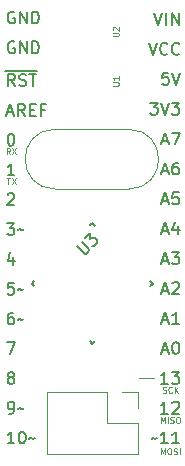
<source format=gbr>
%TF.GenerationSoftware,KiCad,Pcbnew,(6.0.10-0)*%
%TF.CreationDate,2024-10-12T01:55:58-04:00*%
%TF.ProjectId,bareduino,62617265-6475-4696-9e6f-2e6b69636164,rev?*%
%TF.SameCoordinates,Original*%
%TF.FileFunction,Legend,Top*%
%TF.FilePolarity,Positive*%
%FSLAX46Y46*%
G04 Gerber Fmt 4.6, Leading zero omitted, Abs format (unit mm)*
G04 Created by KiCad (PCBNEW (6.0.10-0)) date 2024-10-12 01:55:58*
%MOMM*%
%LPD*%
G01*
G04 APERTURE LIST*
%ADD10C,0.120000*%
%ADD11C,0.150000*%
%ADD12C,0.100000*%
%ADD13C,0.075000*%
G04 APERTURE END LIST*
D10*
X56007000Y-82550000D02*
X57277000Y-82550000D01*
D11*
X45132761Y-61864520D02*
X45228000Y-61864520D01*
X45323238Y-61912140D01*
X45370857Y-61959759D01*
X45418476Y-62054997D01*
X45466095Y-62245473D01*
X45466095Y-62483568D01*
X45418476Y-62674044D01*
X45370857Y-62769282D01*
X45323238Y-62816901D01*
X45228000Y-62864520D01*
X45132761Y-62864520D01*
X45037523Y-62816901D01*
X44989904Y-62769282D01*
X44942285Y-62674044D01*
X44894666Y-62483568D01*
X44894666Y-62245473D01*
X44942285Y-62054997D01*
X44989904Y-61959759D01*
X45037523Y-61912140D01*
X45132761Y-61864520D01*
X45466095Y-65386305D02*
X44894666Y-65386305D01*
X45180381Y-65386305D02*
X45180381Y-64386305D01*
X45085142Y-64529163D01*
X44989904Y-64624401D01*
X44894666Y-64672020D01*
X44894666Y-67003329D02*
X44942285Y-66955710D01*
X45037523Y-66908090D01*
X45275619Y-66908090D01*
X45370857Y-66955710D01*
X45418476Y-67003329D01*
X45466095Y-67098567D01*
X45466095Y-67193805D01*
X45418476Y-67336662D01*
X44847047Y-67908090D01*
X45466095Y-67908090D01*
X44847047Y-69429875D02*
X45466095Y-69429875D01*
X45132762Y-69810828D01*
X45275619Y-69810828D01*
X45370857Y-69858447D01*
X45418476Y-69906066D01*
X45466095Y-70001304D01*
X45466095Y-70239399D01*
X45418476Y-70334637D01*
X45370857Y-70382256D01*
X45275619Y-70429875D01*
X44989904Y-70429875D01*
X44894666Y-70382256D01*
X44847047Y-70334637D01*
X45751809Y-70048923D02*
X45799428Y-70001304D01*
X45894666Y-69953685D01*
X46085143Y-70048923D01*
X46180381Y-70001304D01*
X46228000Y-69953685D01*
X45370857Y-72284994D02*
X45370857Y-72951660D01*
X45132761Y-71904041D02*
X44894666Y-72618327D01*
X45513714Y-72618327D01*
X45418476Y-74473445D02*
X44942285Y-74473445D01*
X44894666Y-74949636D01*
X44942285Y-74902017D01*
X45037524Y-74854398D01*
X45275619Y-74854398D01*
X45370857Y-74902017D01*
X45418476Y-74949636D01*
X45466095Y-75044874D01*
X45466095Y-75282969D01*
X45418476Y-75378207D01*
X45370857Y-75425826D01*
X45275619Y-75473445D01*
X45037524Y-75473445D01*
X44942285Y-75425826D01*
X44894666Y-75378207D01*
X45751809Y-75092493D02*
X45799428Y-75044874D01*
X45894666Y-74997255D01*
X46085143Y-75092493D01*
X46180381Y-75044874D01*
X46228000Y-74997255D01*
X45370857Y-76995230D02*
X45180381Y-76995230D01*
X45085143Y-77042850D01*
X45037524Y-77090469D01*
X44942285Y-77233326D01*
X44894666Y-77423802D01*
X44894666Y-77804754D01*
X44942285Y-77899992D01*
X44989904Y-77947611D01*
X45085143Y-77995230D01*
X45275619Y-77995230D01*
X45370857Y-77947611D01*
X45418476Y-77899992D01*
X45466095Y-77804754D01*
X45466095Y-77566659D01*
X45418476Y-77471421D01*
X45370857Y-77423802D01*
X45275619Y-77376183D01*
X45085143Y-77376183D01*
X44989904Y-77423802D01*
X44942285Y-77471421D01*
X44894666Y-77566659D01*
X45751809Y-77614278D02*
X45799428Y-77566659D01*
X45894666Y-77519040D01*
X46085143Y-77614278D01*
X46180381Y-77566659D01*
X46228000Y-77519040D01*
X44847047Y-79517015D02*
X45513714Y-79517015D01*
X45085142Y-80517015D01*
X45085142Y-82467372D02*
X44989904Y-82419753D01*
X44942285Y-82372134D01*
X44894666Y-82276896D01*
X44894666Y-82229277D01*
X44942285Y-82134039D01*
X44989904Y-82086420D01*
X45085142Y-82038800D01*
X45275619Y-82038800D01*
X45370857Y-82086420D01*
X45418476Y-82134039D01*
X45466095Y-82229277D01*
X45466095Y-82276896D01*
X45418476Y-82372134D01*
X45370857Y-82419753D01*
X45275619Y-82467372D01*
X45085142Y-82467372D01*
X44989904Y-82514991D01*
X44942285Y-82562610D01*
X44894666Y-82657848D01*
X44894666Y-82848324D01*
X44942285Y-82943562D01*
X44989904Y-82991181D01*
X45085142Y-83038800D01*
X45275619Y-83038800D01*
X45370857Y-82991181D01*
X45418476Y-82943562D01*
X45466095Y-82848324D01*
X45466095Y-82657848D01*
X45418476Y-82562610D01*
X45370857Y-82514991D01*
X45275619Y-82467372D01*
X57991428Y-67543008D02*
X58467618Y-67543008D01*
X57896190Y-67828722D02*
X58229523Y-66828722D01*
X58562856Y-67828722D01*
X59372380Y-66828722D02*
X58896190Y-66828722D01*
X58848571Y-67304913D01*
X58896190Y-67257294D01*
X58991428Y-67209675D01*
X59229523Y-67209675D01*
X59324761Y-67257294D01*
X59372380Y-67304913D01*
X59419999Y-67400151D01*
X59419999Y-67638246D01*
X59372380Y-67733484D01*
X59324761Y-67781103D01*
X59229523Y-67828722D01*
X58991428Y-67828722D01*
X58896190Y-67781103D01*
X58848571Y-67733484D01*
X57991428Y-70074715D02*
X58467618Y-70074715D01*
X57896190Y-70360429D02*
X58229523Y-69360429D01*
X58562856Y-70360429D01*
X59324761Y-69693763D02*
X59324761Y-70360429D01*
X59086666Y-69312810D02*
X58848571Y-70027096D01*
X59467618Y-70027096D01*
X57991428Y-72606422D02*
X58467618Y-72606422D01*
X57896190Y-72892136D02*
X58229523Y-71892136D01*
X58562856Y-72892136D01*
X58800952Y-71892136D02*
X59419999Y-71892136D01*
X59086666Y-72273089D01*
X59229523Y-72273089D01*
X59324761Y-72320708D01*
X59372380Y-72368327D01*
X59419999Y-72463565D01*
X59419999Y-72701660D01*
X59372380Y-72796898D01*
X59324761Y-72844517D01*
X59229523Y-72892136D01*
X58943809Y-72892136D01*
X58848571Y-72844517D01*
X58800952Y-72796898D01*
D12*
X44831047Y-65639190D02*
X45116761Y-65639190D01*
X44973904Y-66139190D02*
X44973904Y-65639190D01*
X45235809Y-65639190D02*
X45569142Y-66139190D01*
X45569142Y-65639190D02*
X45235809Y-66139190D01*
X57888285Y-86332190D02*
X57888285Y-85832190D01*
X58054952Y-86189333D01*
X58221619Y-85832190D01*
X58221619Y-86332190D01*
X58459714Y-86332190D02*
X58459714Y-85832190D01*
X58674000Y-86308380D02*
X58745428Y-86332190D01*
X58864476Y-86332190D01*
X58912095Y-86308380D01*
X58935904Y-86284571D01*
X58959714Y-86236952D01*
X58959714Y-86189333D01*
X58935904Y-86141714D01*
X58912095Y-86117904D01*
X58864476Y-86094095D01*
X58769238Y-86070285D01*
X58721619Y-86046476D01*
X58697809Y-86022666D01*
X58674000Y-85975047D01*
X58674000Y-85927428D01*
X58697809Y-85879809D01*
X58721619Y-85856000D01*
X58769238Y-85832190D01*
X58888285Y-85832190D01*
X58959714Y-85856000D01*
X59269238Y-85832190D02*
X59364476Y-85832190D01*
X59412095Y-85856000D01*
X59459714Y-85903619D01*
X59483523Y-85998857D01*
X59483523Y-86165523D01*
X59459714Y-86260761D01*
X59412095Y-86308380D01*
X59364476Y-86332190D01*
X59269238Y-86332190D01*
X59221619Y-86308380D01*
X59174000Y-86260761D01*
X59150190Y-86165523D01*
X59150190Y-85998857D01*
X59174000Y-85903619D01*
X59221619Y-85856000D01*
X59269238Y-85832190D01*
D11*
X56848570Y-54170187D02*
X57181904Y-55170187D01*
X57515237Y-54170187D01*
X58419999Y-55074949D02*
X58372380Y-55122568D01*
X58229523Y-55170187D01*
X58134284Y-55170187D01*
X57991427Y-55122568D01*
X57896189Y-55027330D01*
X57848570Y-54932092D01*
X57800951Y-54741616D01*
X57800951Y-54598759D01*
X57848570Y-54408283D01*
X57896189Y-54313045D01*
X57991427Y-54217807D01*
X58134284Y-54170187D01*
X58229523Y-54170187D01*
X58372380Y-54217807D01*
X58419999Y-54265426D01*
X59419999Y-55074949D02*
X59372380Y-55122568D01*
X59229523Y-55170187D01*
X59134284Y-55170187D01*
X58991427Y-55122568D01*
X58896189Y-55027330D01*
X58848570Y-54932092D01*
X58800951Y-54741616D01*
X58800951Y-54598759D01*
X58848570Y-54408283D01*
X58896189Y-54313045D01*
X58991427Y-54217807D01*
X59134284Y-54170187D01*
X59229523Y-54170187D01*
X59372380Y-54217807D01*
X59419999Y-54265426D01*
X45466095Y-54091785D02*
X45370857Y-54044165D01*
X45228000Y-54044165D01*
X45085142Y-54091785D01*
X44989904Y-54187023D01*
X44942285Y-54282261D01*
X44894666Y-54472737D01*
X44894666Y-54615594D01*
X44942285Y-54806070D01*
X44989904Y-54901308D01*
X45085142Y-54996546D01*
X45228000Y-55044165D01*
X45323238Y-55044165D01*
X45466095Y-54996546D01*
X45513714Y-54948927D01*
X45513714Y-54615594D01*
X45323238Y-54615594D01*
X45942285Y-55044165D02*
X45942285Y-54044165D01*
X46513714Y-55044165D01*
X46513714Y-54044165D01*
X46989904Y-55044165D02*
X46989904Y-54044165D01*
X47228000Y-54044165D01*
X47370857Y-54091785D01*
X47466095Y-54187023D01*
X47513714Y-54282261D01*
X47561333Y-54472737D01*
X47561333Y-54615594D01*
X47513714Y-54806070D01*
X47466095Y-54901308D01*
X47370857Y-54996546D01*
X47228000Y-55044165D01*
X46989904Y-55044165D01*
X45466095Y-88082380D02*
X44894667Y-88082380D01*
X45180381Y-88082380D02*
X45180381Y-87082380D01*
X45085143Y-87225238D01*
X44989905Y-87320476D01*
X44894667Y-87368095D01*
X46085143Y-87082380D02*
X46180381Y-87082380D01*
X46275619Y-87130000D01*
X46323238Y-87177619D01*
X46370857Y-87272857D01*
X46418476Y-87463333D01*
X46418476Y-87701428D01*
X46370857Y-87891904D01*
X46323238Y-87987142D01*
X46275619Y-88034761D01*
X46180381Y-88082380D01*
X46085143Y-88082380D01*
X45989905Y-88034761D01*
X45942286Y-87987142D01*
X45894667Y-87891904D01*
X45847048Y-87701428D01*
X45847048Y-87463333D01*
X45894667Y-87272857D01*
X45942286Y-87177619D01*
X45989905Y-87130000D01*
X46085143Y-87082380D01*
X46704191Y-87701428D02*
X46751810Y-87653809D01*
X46847048Y-87606190D01*
X47037524Y-87701428D01*
X47132762Y-87653809D01*
X47180381Y-87606190D01*
X44989904Y-85560585D02*
X45180381Y-85560585D01*
X45275619Y-85512966D01*
X45323238Y-85465347D01*
X45418476Y-85322490D01*
X45466095Y-85132014D01*
X45466095Y-84751062D01*
X45418476Y-84655824D01*
X45370857Y-84608205D01*
X45275619Y-84560585D01*
X45085143Y-84560585D01*
X44989904Y-84608205D01*
X44942285Y-84655824D01*
X44894666Y-84751062D01*
X44894666Y-84989157D01*
X44942285Y-85084395D01*
X44989904Y-85132014D01*
X45085143Y-85179633D01*
X45275619Y-85179633D01*
X45370857Y-85132014D01*
X45418476Y-85084395D01*
X45466095Y-84989157D01*
X45751809Y-85179633D02*
X45799428Y-85132014D01*
X45894666Y-85084395D01*
X46085143Y-85179633D01*
X46180381Y-85132014D01*
X46228000Y-85084395D01*
X57991428Y-65011301D02*
X58467618Y-65011301D01*
X57896190Y-65297015D02*
X58229523Y-64297015D01*
X58562856Y-65297015D01*
X59324761Y-64297015D02*
X59134285Y-64297015D01*
X59039047Y-64344635D01*
X58991428Y-64392254D01*
X58896190Y-64535111D01*
X58848571Y-64725587D01*
X58848571Y-65106539D01*
X58896190Y-65201777D01*
X58943809Y-65249396D01*
X59039047Y-65297015D01*
X59229523Y-65297015D01*
X59324761Y-65249396D01*
X59372380Y-65201777D01*
X59419999Y-65106539D01*
X59419999Y-64868444D01*
X59372380Y-64773206D01*
X59324761Y-64725587D01*
X59229523Y-64677968D01*
X59039047Y-64677968D01*
X58943809Y-64725587D01*
X58896190Y-64773206D01*
X58848571Y-64868444D01*
X58515237Y-56701894D02*
X58039047Y-56701894D01*
X57991428Y-57178085D01*
X58039047Y-57130466D01*
X58134285Y-57082847D01*
X58372380Y-57082847D01*
X58467618Y-57130466D01*
X58515237Y-57178085D01*
X58562856Y-57273323D01*
X58562856Y-57511418D01*
X58515237Y-57606656D01*
X58467618Y-57654275D01*
X58372380Y-57701894D01*
X58134285Y-57701894D01*
X58039047Y-57654275D01*
X57991428Y-57606656D01*
X58848571Y-56701894D02*
X59181904Y-57701894D01*
X59515237Y-56701894D01*
X44704191Y-56538570D02*
X45704191Y-56538570D01*
X45513714Y-57820950D02*
X45180381Y-57344760D01*
X44942286Y-57820950D02*
X44942286Y-56820950D01*
X45323238Y-56820950D01*
X45418476Y-56868570D01*
X45466095Y-56916189D01*
X45513714Y-57011427D01*
X45513714Y-57154284D01*
X45466095Y-57249522D01*
X45418476Y-57297141D01*
X45323238Y-57344760D01*
X44942286Y-57344760D01*
X45704191Y-56538570D02*
X46656572Y-56538570D01*
X45894667Y-57773331D02*
X46037524Y-57820950D01*
X46275619Y-57820950D01*
X46370857Y-57773331D01*
X46418476Y-57725712D01*
X46466095Y-57630474D01*
X46466095Y-57535236D01*
X46418476Y-57439998D01*
X46370857Y-57392379D01*
X46275619Y-57344760D01*
X46085143Y-57297141D01*
X45989905Y-57249522D01*
X45942286Y-57201903D01*
X45894667Y-57106665D01*
X45894667Y-57011427D01*
X45942286Y-56916189D01*
X45989905Y-56868570D01*
X46085143Y-56820950D01*
X46323238Y-56820950D01*
X46466095Y-56868570D01*
X46656572Y-56538570D02*
X47418476Y-56538570D01*
X46751810Y-56820950D02*
X47323238Y-56820950D01*
X47037524Y-57820950D02*
X47037524Y-56820950D01*
X57991428Y-75138129D02*
X58467618Y-75138129D01*
X57896190Y-75423843D02*
X58229523Y-74423843D01*
X58562856Y-75423843D01*
X58848571Y-74519082D02*
X58896190Y-74471463D01*
X58991428Y-74423843D01*
X59229523Y-74423843D01*
X59324761Y-74471463D01*
X59372380Y-74519082D01*
X59419999Y-74614320D01*
X59419999Y-74709558D01*
X59372380Y-74852415D01*
X58800952Y-75423843D01*
X59419999Y-75423843D01*
X57991428Y-77669836D02*
X58467618Y-77669836D01*
X57896190Y-77955550D02*
X58229523Y-76955550D01*
X58562856Y-77955550D01*
X59419999Y-77955550D02*
X58848571Y-77955550D01*
X59134285Y-77955550D02*
X59134285Y-76955550D01*
X59039047Y-77098408D01*
X58943809Y-77193646D01*
X58848571Y-77241265D01*
X56991427Y-59233601D02*
X57610475Y-59233601D01*
X57277142Y-59614554D01*
X57419999Y-59614554D01*
X57515237Y-59662173D01*
X57562856Y-59709792D01*
X57610475Y-59805030D01*
X57610475Y-60043125D01*
X57562856Y-60138363D01*
X57515237Y-60185982D01*
X57419999Y-60233601D01*
X57134284Y-60233601D01*
X57039046Y-60185982D01*
X56991427Y-60138363D01*
X57896189Y-59233601D02*
X58229523Y-60233601D01*
X58562856Y-59233601D01*
X58800951Y-59233601D02*
X59419999Y-59233601D01*
X59086665Y-59614554D01*
X59229523Y-59614554D01*
X59324761Y-59662173D01*
X59372380Y-59709792D01*
X59419999Y-59805030D01*
X59419999Y-60043125D01*
X59372380Y-60138363D01*
X59324761Y-60185982D01*
X59229523Y-60233601D01*
X58943808Y-60233601D01*
X58848570Y-60185982D01*
X58800951Y-60138363D01*
X57086666Y-87701428D02*
X57134285Y-87653809D01*
X57229523Y-87606190D01*
X57419999Y-87701428D01*
X57515237Y-87653809D01*
X57562856Y-87606190D01*
X58467618Y-88082380D02*
X57896190Y-88082380D01*
X58181904Y-88082380D02*
X58181904Y-87082380D01*
X58086666Y-87225238D01*
X57991428Y-87320476D01*
X57896190Y-87368095D01*
X59419999Y-88082380D02*
X58848571Y-88082380D01*
X59134285Y-88082380D02*
X59134285Y-87082380D01*
X59039047Y-87225238D01*
X58943809Y-87320476D01*
X58848571Y-87368095D01*
D12*
X57888285Y-88999190D02*
X57888285Y-88499190D01*
X58054952Y-88856333D01*
X58221619Y-88499190D01*
X58221619Y-88999190D01*
X58554952Y-88499190D02*
X58650190Y-88499190D01*
X58697809Y-88523000D01*
X58745428Y-88570619D01*
X58769238Y-88665857D01*
X58769238Y-88832523D01*
X58745428Y-88927761D01*
X58697809Y-88975380D01*
X58650190Y-88999190D01*
X58554952Y-88999190D01*
X58507333Y-88975380D01*
X58459714Y-88927761D01*
X58435904Y-88832523D01*
X58435904Y-88665857D01*
X58459714Y-88570619D01*
X58507333Y-88523000D01*
X58554952Y-88499190D01*
X58959714Y-88975380D02*
X59031142Y-88999190D01*
X59150190Y-88999190D01*
X59197809Y-88975380D01*
X59221619Y-88951571D01*
X59245428Y-88903952D01*
X59245428Y-88856333D01*
X59221619Y-88808714D01*
X59197809Y-88784904D01*
X59150190Y-88761095D01*
X59054952Y-88737285D01*
X59007333Y-88713476D01*
X58983523Y-88689666D01*
X58959714Y-88642047D01*
X58959714Y-88594428D01*
X58983523Y-88546809D01*
X59007333Y-88523000D01*
X59054952Y-88499190D01*
X59174000Y-88499190D01*
X59245428Y-88523000D01*
X59459714Y-88999190D02*
X59459714Y-88499190D01*
D11*
X45466095Y-51570000D02*
X45370857Y-51522380D01*
X45228000Y-51522380D01*
X45085142Y-51570000D01*
X44989904Y-51665238D01*
X44942285Y-51760476D01*
X44894666Y-51950952D01*
X44894666Y-52093809D01*
X44942285Y-52284285D01*
X44989904Y-52379523D01*
X45085142Y-52474761D01*
X45228000Y-52522380D01*
X45323238Y-52522380D01*
X45466095Y-52474761D01*
X45513714Y-52427142D01*
X45513714Y-52093809D01*
X45323238Y-52093809D01*
X45942285Y-52522380D02*
X45942285Y-51522380D01*
X46513714Y-52522380D01*
X46513714Y-51522380D01*
X46989904Y-52522380D02*
X46989904Y-51522380D01*
X47228000Y-51522380D01*
X47370857Y-51570000D01*
X47466095Y-51665238D01*
X47513714Y-51760476D01*
X47561333Y-51950952D01*
X47561333Y-52093809D01*
X47513714Y-52284285D01*
X47466095Y-52379523D01*
X47370857Y-52474761D01*
X47228000Y-52522380D01*
X46989904Y-52522380D01*
X58467618Y-85550671D02*
X57896190Y-85550671D01*
X58181904Y-85550671D02*
X58181904Y-84550671D01*
X58086666Y-84693529D01*
X57991428Y-84788767D01*
X57896190Y-84836386D01*
X58848571Y-84645910D02*
X58896190Y-84598291D01*
X58991428Y-84550671D01*
X59229523Y-84550671D01*
X59324761Y-84598291D01*
X59372380Y-84645910D01*
X59419999Y-84741148D01*
X59419999Y-84836386D01*
X59372380Y-84979243D01*
X58800952Y-85550671D01*
X59419999Y-85550671D01*
X57324761Y-51638480D02*
X57658095Y-52638480D01*
X57991428Y-51638480D01*
X58324761Y-52638480D02*
X58324761Y-51638480D01*
X58800952Y-52638480D02*
X58800952Y-51638480D01*
X59372380Y-52638480D01*
X59372380Y-51638480D01*
X58467618Y-83018964D02*
X57896190Y-83018964D01*
X58181904Y-83018964D02*
X58181904Y-82018964D01*
X58086666Y-82161822D01*
X57991428Y-82257060D01*
X57896190Y-82304679D01*
X58800952Y-82018964D02*
X59419999Y-82018964D01*
X59086666Y-82399917D01*
X59229523Y-82399917D01*
X59324761Y-82447536D01*
X59372380Y-82495155D01*
X59419999Y-82590393D01*
X59419999Y-82828488D01*
X59372380Y-82923726D01*
X59324761Y-82971345D01*
X59229523Y-83018964D01*
X58943809Y-83018964D01*
X58848571Y-82971345D01*
X58800952Y-82923726D01*
X57991428Y-80201543D02*
X58467618Y-80201543D01*
X57896190Y-80487257D02*
X58229523Y-79487257D01*
X58562856Y-80487257D01*
X59086666Y-79487257D02*
X59181904Y-79487257D01*
X59277142Y-79534877D01*
X59324761Y-79582496D01*
X59372380Y-79677734D01*
X59419999Y-79868210D01*
X59419999Y-80106305D01*
X59372380Y-80296781D01*
X59324761Y-80392019D01*
X59277142Y-80439638D01*
X59181904Y-80487257D01*
X59086666Y-80487257D01*
X58991428Y-80439638D01*
X58943809Y-80392019D01*
X58896190Y-80296781D01*
X58848571Y-80106305D01*
X58848571Y-79868210D01*
X58896190Y-79677734D01*
X58943809Y-79582496D01*
X58991428Y-79534877D01*
X59086666Y-79487257D01*
D12*
X58031142Y-83768380D02*
X58102571Y-83792190D01*
X58221619Y-83792190D01*
X58269238Y-83768380D01*
X58293047Y-83744571D01*
X58316857Y-83696952D01*
X58316857Y-83649333D01*
X58293047Y-83601714D01*
X58269238Y-83577904D01*
X58221619Y-83554095D01*
X58126380Y-83530285D01*
X58078761Y-83506476D01*
X58054952Y-83482666D01*
X58031142Y-83435047D01*
X58031142Y-83387428D01*
X58054952Y-83339809D01*
X58078761Y-83316000D01*
X58126380Y-83292190D01*
X58245428Y-83292190D01*
X58316857Y-83316000D01*
X58816857Y-83744571D02*
X58793047Y-83768380D01*
X58721619Y-83792190D01*
X58674000Y-83792190D01*
X58602571Y-83768380D01*
X58554952Y-83720761D01*
X58531142Y-83673142D01*
X58507333Y-83577904D01*
X58507333Y-83506476D01*
X58531142Y-83411238D01*
X58554952Y-83363619D01*
X58602571Y-83316000D01*
X58674000Y-83292190D01*
X58721619Y-83292190D01*
X58793047Y-83316000D01*
X58816857Y-83339809D01*
X59031142Y-83792190D02*
X59031142Y-83292190D01*
X59316857Y-83792190D02*
X59102571Y-83506476D01*
X59316857Y-83292190D02*
X59031142Y-83577904D01*
X45128666Y-63599190D02*
X44962000Y-63361095D01*
X44842952Y-63599190D02*
X44842952Y-63099190D01*
X45033428Y-63099190D01*
X45081047Y-63123000D01*
X45104857Y-63146809D01*
X45128666Y-63194428D01*
X45128666Y-63265857D01*
X45104857Y-63313476D01*
X45081047Y-63337285D01*
X45033428Y-63361095D01*
X44842952Y-63361095D01*
X45295333Y-63099190D02*
X45628666Y-63599190D01*
X45628666Y-63099190D02*
X45295333Y-63599190D01*
D11*
X57991428Y-62479594D02*
X58467618Y-62479594D01*
X57896190Y-62765308D02*
X58229523Y-61765308D01*
X58562856Y-62765308D01*
X58800952Y-61765308D02*
X59467618Y-61765308D01*
X59039047Y-62765308D01*
X44894667Y-60057021D02*
X45370857Y-60057021D01*
X44799429Y-60342735D02*
X45132762Y-59342735D01*
X45466095Y-60342735D01*
X46370857Y-60342735D02*
X46037524Y-59866545D01*
X45799429Y-60342735D02*
X45799429Y-59342735D01*
X46180381Y-59342735D01*
X46275619Y-59390355D01*
X46323238Y-59437974D01*
X46370857Y-59533212D01*
X46370857Y-59676069D01*
X46323238Y-59771307D01*
X46275619Y-59818926D01*
X46180381Y-59866545D01*
X45799429Y-59866545D01*
X46799429Y-59818926D02*
X47132762Y-59818926D01*
X47275619Y-60342735D02*
X46799429Y-60342735D01*
X46799429Y-59342735D01*
X47275619Y-59342735D01*
X48037524Y-59818926D02*
X47704191Y-59818926D01*
X47704191Y-60342735D02*
X47704191Y-59342735D01*
X48180381Y-59342735D01*
%TO.C,U3*%
X50763026Y-71398522D02*
X51335446Y-71970942D01*
X51436461Y-72004614D01*
X51503805Y-72004614D01*
X51604820Y-71970942D01*
X51739507Y-71836255D01*
X51773179Y-71735240D01*
X51773179Y-71667896D01*
X51739507Y-71566881D01*
X51167087Y-70994461D01*
X51436461Y-70725087D02*
X51874194Y-70287355D01*
X51907866Y-70792431D01*
X52008881Y-70691416D01*
X52109896Y-70657744D01*
X52177240Y-70657744D01*
X52278255Y-70691416D01*
X52446614Y-70859774D01*
X52480286Y-70960790D01*
X52480286Y-71028133D01*
X52446614Y-71129148D01*
X52244583Y-71331179D01*
X52143568Y-71364851D01*
X52076225Y-71364851D01*
D13*
%TO.C,U2*%
X53799768Y-53593952D02*
X54204530Y-53593952D01*
X54252149Y-53570142D01*
X54275958Y-53546333D01*
X54299768Y-53498714D01*
X54299768Y-53403476D01*
X54275958Y-53355857D01*
X54252149Y-53332047D01*
X54204530Y-53308238D01*
X53799768Y-53308238D01*
X53847387Y-53093952D02*
X53823578Y-53070142D01*
X53799768Y-53022523D01*
X53799768Y-52903476D01*
X53823578Y-52855857D01*
X53847387Y-52832047D01*
X53895006Y-52808238D01*
X53942625Y-52808238D01*
X54014054Y-52832047D01*
X54299768Y-53117761D01*
X54299768Y-52808238D01*
%TO.C,U1*%
X53799768Y-57784952D02*
X54204530Y-57784952D01*
X54252149Y-57761142D01*
X54275958Y-57737333D01*
X54299768Y-57689714D01*
X54299768Y-57594476D01*
X54275958Y-57546857D01*
X54252149Y-57523047D01*
X54204530Y-57499238D01*
X53799768Y-57499238D01*
X54299768Y-56999238D02*
X54299768Y-57284952D01*
X54299768Y-57142095D02*
X53799768Y-57142095D01*
X53871197Y-57189714D01*
X53918816Y-57237333D01*
X53942625Y-57284952D01*
D10*
%TO.C,J1*%
X48200000Y-83760000D02*
X48200000Y-88960000D01*
X53340000Y-83760000D02*
X48200000Y-83760000D01*
X53340000Y-86360000D02*
X55940000Y-86360000D01*
X55940000Y-83760000D02*
X55940000Y-85090000D01*
X55940000Y-86360000D02*
X55940000Y-88960000D01*
X54610000Y-83760000D02*
X55940000Y-83760000D01*
X55940000Y-88960000D02*
X48200000Y-88960000D01*
X53340000Y-83760000D02*
X53340000Y-86360000D01*
D11*
%TO.C,U3*%
X46943476Y-74549000D02*
X47173286Y-74778810D01*
X52070000Y-79675524D02*
X52299810Y-79445714D01*
X52070000Y-79675524D02*
X51840190Y-79445714D01*
X46943476Y-74549000D02*
X47173286Y-74319190D01*
X57196524Y-74549000D02*
X56966714Y-74319190D01*
X52070000Y-69422476D02*
X51910901Y-69581575D01*
X57196524Y-74549000D02*
X56966714Y-74778810D01*
X52070000Y-69422476D02*
X52299810Y-69652286D01*
D10*
%TO.C,Y1*%
X48908500Y-61483000D02*
X55158500Y-61483000D01*
X48908500Y-66533000D02*
X55158500Y-66533000D01*
X48908500Y-61483000D02*
G75*
G03*
X48908500Y-66533000I0J-2525000D01*
G01*
X55158500Y-66533000D02*
G75*
G03*
X55158500Y-61483000I0J2525000D01*
G01*
%TD*%
M02*

</source>
